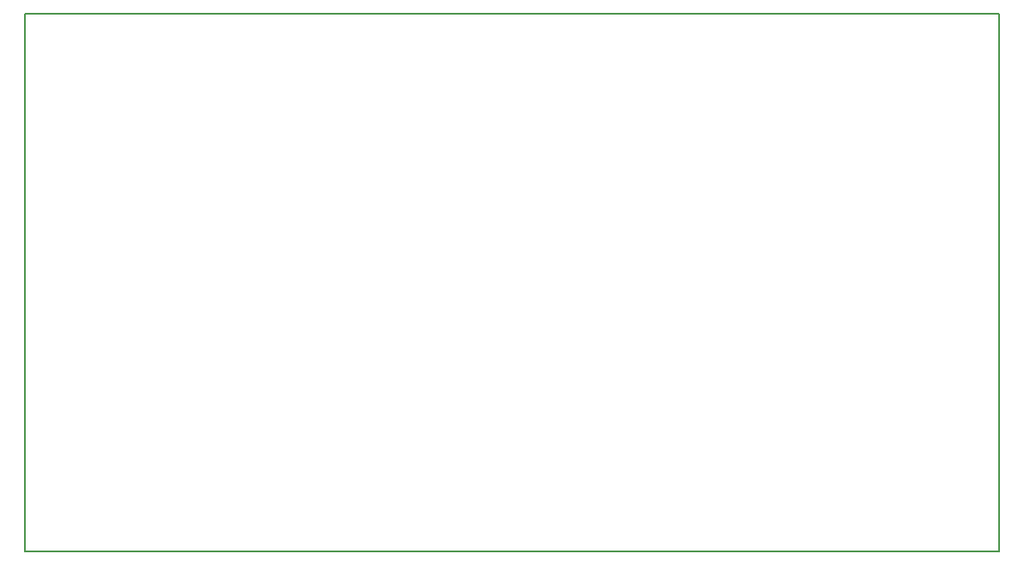
<source format=gbr>
G04 #@! TF.FileFunction,Profile,NP*
%FSLAX46Y46*%
G04 Gerber Fmt 4.6, Leading zero omitted, Abs format (unit mm)*
G04 Created by KiCad (PCBNEW 4.0.6) date 02/16/18 09:44:27*
%MOMM*%
%LPD*%
G01*
G04 APERTURE LIST*
%ADD10C,0.100000*%
%ADD11C,0.150000*%
G04 APERTURE END LIST*
D10*
D11*
X96000000Y-69000000D02*
X192000000Y-69000000D01*
X96000000Y-122000000D02*
X192000000Y-122000000D01*
X192000000Y-69000000D02*
X192000000Y-122000000D01*
X96000000Y-69000000D02*
X96000000Y-122000000D01*
M02*

</source>
